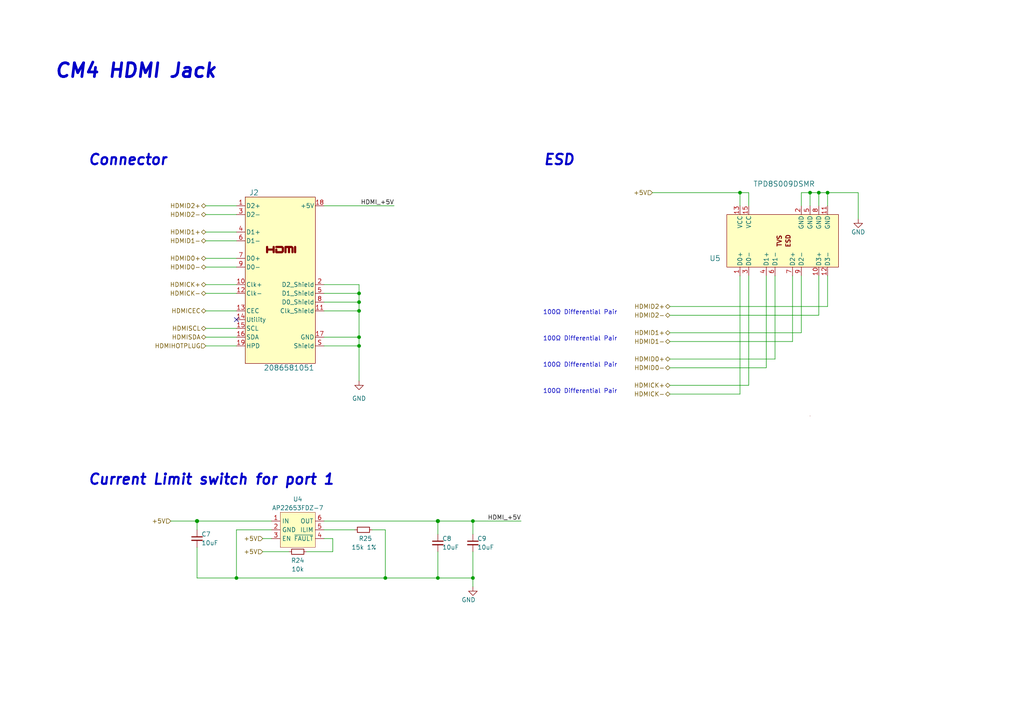
<source format=kicad_sch>
(kicad_sch (version 20211123) (generator eeschema)
  (paper "A4")
  (title_block (title "CM4 HDMI Jack") (date "2021-11-20") (rev "4") (company "Copyright © 2022 Christian Kuhtz") (comment 2 "CERN-OHL-W v2 or later"))
  (lib_symbols
    (symbol "Connector_HDMI_Molex:2086581051" (pin_names (offset 0.254))
      (property "Reference" "J" (at -8.89 24.13 0))
      (property "Value" "2086581051" (at 2.54 -26.67 0))
      (symbol "2086581051_0_0"
        (polyline (pts (xy 4.318 6.858) (xy 4.318 8.382)) (stroke (width 0.635)))
        (polyline (pts (xy -3.81 6.858) (xy -3.81 8.382) (xy -3.81 7.62) (xy -1.905 7.62) (xy -1.905 8.382) (xy -1.905 6.858)) (stroke (width 0.635)))
        (polyline (pts (xy -1.143 8.382) (xy 0.508 8.382) (xy 0.762 8.128) (xy 0.762 7.112) (xy 0.508 6.858) (xy -1.143 6.858) (xy -1.143 7.62)) (stroke (width 0.635)))
        (pin passive line (at -12.7 -2.54 0) (length 2.54) (name "Clk+") (number "10"))
        (pin passive line (at 12.7 -10.16 180) (length 2.54) (name "Clk_Shield") (number "11"))
        (pin passive line (at -12.7 -5.08 0) (length 2.54) (name "Clk-") (number "12"))
        (pin passive line (at -12.7 -10.16 0) (length 2.54) (name "CEC") (number "13"))
        (pin passive line (at -12.7 -12.7 0) (length 2.54) (name "Utility") (number "14"))
        (pin passive line (at -12.7 -15.24 0) (length 2.54) (name "SCL") (number "15"))
        (pin passive line (at -12.7 -17.78 0) (length 2.54) (name "SDA") (number "16"))
        (pin power_in line (at 12.7 -17.78 180) (length 2.54) (name "GND") (number "17"))
        (pin power_in line (at 12.7 20.32 180) (length 2.54) (name "+5V") (number "18"))
        (pin passive line (at -12.7 -20.32 0) (length 2.54) (name "HPD") (number "19"))
        (pin passive line (at 12.7 -2.54 180) (length 2.54) (name "D2_Shield") (number "2"))
        (pin passive line (at -12.7 17.78 0) (length 2.54) (name "D2-") (number "3"))
        (pin passive line (at -12.7 12.7 0) (length 2.54) (name "D1+") (number "4"))
        (pin passive line (at 12.7 -5.08 180) (length 2.54) (name "D1_Shield") (number "5"))
        (pin passive line (at -12.7 10.16 0) (length 2.54) (name "D1-") (number "6"))
        (pin passive line (at -12.7 5.08 0) (length 2.54) (name "D0+") (number "7"))
        (pin passive line (at 12.7 -7.62 180) (length 2.54) (name "D0_Shield") (number "8"))
        (pin passive line (at -12.7 2.54 0) (length 2.54) (name "D0-") (number "9"))
        (pin passive line (at 12.7 -20.32 180) (length 2.54) (name "Shield") (number "S"))
      )
      (symbol "2086581051_0_1"
        (rectangle (start -10.16 22.86) (end 10.16 -25.4) (stroke (width 0.1524)) (fill (type background)))
        (polyline (pts (xy 1.524 6.858) (xy 1.524 8.382) (xy 2.54 8.382) (xy 2.54 6.858) (xy 2.54 8.382) (xy 3.302 8.382) (xy 3.556 8.128) (xy 3.556 6.858)) (stroke (width 0.635)))
      )
      (symbol "2086581051_1_1"
        (pin passive line (at -12.7 20.32 0) (length 2.54) (name "D2+") (number "1"))
      )
    )
    (symbol "Device:C_Small" (pin_numbers hide) (pin_names (offset 0.254) hide)
      (property "Reference" "C" (at 0.254 1.778 0))
      (property "Value" "C_Small" (at 0.254 -2.032 0))
      (symbol "C_Small_0_1"
        (polyline (pts (xy -1.524 -0.508) (xy 1.524 -0.508)) (stroke (width 0.3302)))
        (polyline (pts (xy -1.524 0.508) (xy 1.524 0.508)) (stroke (width 0.3048)))
      )
      (symbol "C_Small_1_1"
        (pin passive line (at 0 2.54 270) (length 2.032) (name "~") (number "1"))
        (pin passive line (at 0 -2.54 90) (length 2.032) (name "~") (number "2"))
      )
    )
    (symbol "Device:R_Small" (pin_numbers hide) (pin_names (offset 0.254) hide)
      (property "Reference" "R" (at 0.762 0.508 0))
      (property "Value" "R_Small" (at 0.762 -1.016 0))
      (symbol "R_Small_0_1"
        (rectangle (start -0.762 1.778) (end 0.762 -1.778) (stroke (width 0.2032)))
      )
      (symbol "R_Small_1_1"
        (pin passive line (at 0 2.54 270) (length 0.762) (name "~") (number "1"))
        (pin passive line (at 0 -2.54 90) (length 0.762) (name "~") (number "2"))
      )
    )
    (symbol "Power_Protection_Diodes:AP22653FDZ-7"
      (property "Reference" "U" (at 0 8.89 0))
      (property "Value" "AP22653FDZ-7" (at 0 6.35 0))
      (symbol "AP22653FDZ-7_0_0"
        (pin power_in line (at -7.62 2.54 0) (length 2.54) (name "IN") (number "1"))
        (pin power_in line (at -7.62 0 0) (length 2.54) (name "GND") (number "2"))
        (pin input line (at -7.62 -2.54 0) (length 2.54) (name "EN") (number "3"))
        (pin output line (at 7.62 -2.54 180) (length 2.54) (name "~{FAULT}") (number "4"))
        (pin passive line (at 7.62 0 180) (length 2.54) (name "ILIM") (number "5"))
        (pin power_out line (at 7.62 2.54 180) (length 2.54) (name "OUT") (number "6"))
      )
      (symbol "AP22653FDZ-7_0_1"
        (rectangle (start -5.08 5.08) (end 5.08 -5.08) (stroke (width 0.1)) (fill (type background)))
      )
    )
    (symbol "Power_Protection_TI:TPD8S009DSMR" (pin_names (offset 0.254))
      (property "Reference" "U" (at -7.62 17.78 0))
      (property "Value" "TPD8S009DSMR" (at 7.62 -17.145 0))
      (symbol "TPD8S009DSMR_0_0"
        (text "ESD" (at 0 -1.27 0) (effects (font (size 1.27 1.27) bold)))
        (text "TVS" (at 0 1.27 0) (effects (font (size 1.27 1.27) bold)))
      )
      (symbol "TPD8S009DSMR_0_1"
        (rectangle (start -7.62 16.51) (end 7.62 -15.875) (stroke (width 0.1524)) (fill (type background)))
        (rectangle (start 50.8 -7.62) (end 50.8 -7.62) (stroke (width 0.1524)))
      )
      (symbol "TPD8S009DSMR_1_1"
        (pin passive line (at 10.16 12.7 180) (length 2.54) (name "D0+") (number "1"))
        (pin passive line (at 10.16 -10.16 180) (length 2.54) (name "D3+") (number "10"))
        (pin power_in line (at -10.16 -12.7 0) (length 2.54) (name "GND") (number "11"))
        (pin passive line (at 10.16 -12.7 180) (length 2.54) (name "D3-") (number "12"))
        (pin power_in line (at -10.16 12.7 0) (length 2.54) (name "VCC") (number "13"))
        (pin no_connect line (at -15.24 2.54 0) (length 7.62) hide (name "NC") (number "14"))
        (pin power_in line (at -10.16 10.16 0) (length 2.54) (name "VCC") (number "15"))
        (pin power_in line (at -10.16 -5.08 0) (length 2.54) (name "GND") (number "2"))
        (pin passive line (at 10.16 10.16 180) (length 2.54) (name "D0-") (number "3"))
        (pin passive line (at 10.16 5.08 180) (length 2.54) (name "D1+") (number "4"))
        (pin power_in line (at -10.16 -7.62 0) (length 2.54) (name "GND") (number "5"))
        (pin passive line (at 10.16 2.54 180) (length 2.54) (name "D1-") (number "6"))
        (pin passive line (at 10.16 -2.54 180) (length 2.54) (name "D2+") (number "7"))
        (pin power_in line (at -10.16 -10.16 0) (length 2.54) (name "GND") (number "8"))
        (pin passive line (at 10.16 -5.08 180) (length 2.54) (name "D2-") (number "9"))
      )
    )
    (symbol "power:GND" (power) (pin_names (offset 0))
      (property "Value" "GND" (at 0 -3.81 0))
      (symbol "GND_0_1"
        (polyline (pts (xy 0 0) (xy 0 -1.27) (xy 1.27 -1.27) (xy 0 -2.54) (xy -1.27 -1.27) (xy 0 -1.27)))
      )
      (symbol "GND_1_1"
        (pin power_in line (at 0 0 270) (length 0) hide (name "GND") (number "1"))
      )
    )
  )
  (junction (at 137.16 151.13) (diameter 0.9144))
  (junction (at 234.95 55.88) (diameter 0.9144))
  (junction (at 104.14 85.09))
  (junction (at 240.03 55.88) (diameter 0.9144))
  (junction (at 104.14 100.33))
  (junction (at 237.49 55.88) (diameter 0.9144))
  (junction (at 104.14 90.17))
  (junction (at 214.63 55.88) (diameter 0.9144))
  (junction (at 137.16 167.64) (diameter 0.9144))
  (junction (at 57.15 151.13) (diameter 1.016))
  (junction (at 127 151.13) (diameter 1.016))
  (junction (at 104.14 97.79))
  (junction (at 68.58 167.64) (diameter 0.9144))
  (junction (at 111.76 167.64) (diameter 0.9144))
  (junction (at 127 167.64) (diameter 0.9144))
  (junction (at 104.14 87.63))
  (no_connect (at 68.58 92.71))
  (wire (pts (xy 114.3 59.69) (xy 93.98 59.69)))
  (wire (pts (xy 214.63 55.88) (xy 214.63 59.69)))
  (wire (pts (xy 214.63 55.88) (xy 217.17 55.88)))
  (wire (pts (xy 137.16 160.02) (xy 137.16 167.64)))
  (wire (pts (xy 59.69 97.79) (xy 68.58 97.79)))
  (wire (pts (xy 194.31 99.06) (xy 229.87 99.06)))
  (wire (pts (xy 93.98 97.79) (xy 104.14 97.79)))
  (wire (pts (xy 137.16 151.13) (xy 151.13 151.13)))
  (wire (pts (xy 240.03 59.69) (xy 240.03 55.88)))
  (wire (pts (xy 107.95 153.67) (xy 111.76 153.67)))
  (wire (pts (xy 189.23 55.88) (xy 214.63 55.88)))
  (wire (pts (xy 248.92 55.88) (xy 248.92 63.5)))
  (wire (pts (xy 68.58 167.64) (xy 111.76 167.64)))
  (wire (pts (xy 59.69 67.31) (xy 68.58 67.31)))
  (wire (pts (xy 96.52 160.02) (xy 96.52 156.21)))
  (wire (pts (xy 93.98 82.55) (xy 104.14 82.55)))
  (wire (pts (xy 93.98 100.33) (xy 104.14 100.33)))
  (wire (pts (xy 59.69 69.85) (xy 68.58 69.85)))
  (wire (pts (xy 104.14 82.55) (xy 104.14 85.09)))
  (wire (pts (xy 104.14 85.09) (xy 104.14 87.63)))
  (wire (pts (xy 104.14 87.63) (xy 104.14 90.17)))
  (wire (pts (xy 104.14 90.17) (xy 104.14 97.79)))
  (wire (pts (xy 104.14 100.33) (xy 104.14 110.49)))
  (wire (pts (xy 104.14 97.79) (xy 104.14 100.33)))
  (wire (pts (xy 88.9 160.02) (xy 96.52 160.02)))
  (wire (pts (xy 59.69 85.09) (xy 68.58 85.09)))
  (wire (pts (xy 194.31 96.52) (xy 232.41 96.52)))
  (wire (pts (xy 93.98 153.67) (xy 102.87 153.67)))
  (wire (pts (xy 59.69 90.17) (xy 68.58 90.17)))
  (wire (pts (xy 59.69 100.33) (xy 68.58 100.33)))
  (wire (pts (xy 76.2 156.21) (xy 78.74 156.21)))
  (wire (pts (xy 93.98 85.09) (xy 104.14 85.09)))
  (wire (pts (xy 217.17 80.01) (xy 217.17 111.76)))
  (wire (pts (xy 127 151.13) (xy 137.16 151.13)))
  (wire (pts (xy 194.31 114.3) (xy 214.63 114.3)))
  (wire (pts (xy 127 151.13) (xy 127 154.94)))
  (wire (pts (xy 93.98 151.13) (xy 127 151.13)))
  (wire (pts (xy 232.41 80.01) (xy 232.41 96.52)))
  (wire (pts (xy 59.69 95.25) (xy 68.58 95.25)))
  (wire (pts (xy 59.69 74.93) (xy 68.58 74.93)))
  (wire (pts (xy 78.74 153.67) (xy 68.58 153.67)))
  (wire (pts (xy 59.69 62.23) (xy 68.58 62.23)))
  (wire (pts (xy 194.31 106.68) (xy 222.25 106.68)))
  (wire (pts (xy 59.69 82.55) (xy 68.58 82.55)))
  (wire (pts (xy 59.69 77.47) (xy 68.58 77.47)))
  (wire (pts (xy 229.87 80.01) (xy 229.87 99.06)))
  (wire (pts (xy 127 160.02) (xy 127 167.64)))
  (wire (pts (xy 237.49 80.01) (xy 237.49 91.44)))
  (wire (pts (xy 127 167.64) (xy 137.16 167.64)))
  (wire (pts (xy 194.31 104.14) (xy 224.79 104.14)))
  (wire (pts (xy 57.15 158.75) (xy 57.15 167.64)))
  (wire (pts (xy 232.41 55.88) (xy 232.41 59.69)))
  (wire (pts (xy 194.31 111.76) (xy 217.17 111.76)))
  (wire (pts (xy 49.53 151.13) (xy 57.15 151.13)))
  (wire (pts (xy 57.15 167.64) (xy 68.58 167.64)))
  (wire (pts (xy 214.63 114.3) (xy 214.63 80.01)))
  (wire (pts (xy 237.49 59.69) (xy 237.49 55.88)))
  (wire (pts (xy 111.76 167.64) (xy 127 167.64)))
  (wire (pts (xy 59.69 59.69) (xy 68.58 59.69)))
  (wire (pts (xy 111.76 153.67) (xy 111.76 167.64)))
  (wire (pts (xy 68.58 153.67) (xy 68.58 167.64)))
  (wire (pts (xy 194.31 88.9) (xy 240.03 88.9)))
  (wire (pts (xy 224.79 80.01) (xy 224.79 104.14)))
  (wire (pts (xy 222.25 80.01) (xy 222.25 106.68)))
  (wire (pts (xy 76.2 160.02) (xy 83.82 160.02)))
  (wire (pts (xy 240.03 88.9) (xy 240.03 80.01)))
  (wire (pts (xy 96.52 156.21) (xy 93.98 156.21)))
  (wire (pts (xy 234.95 59.69) (xy 234.95 55.88)))
  (wire (pts (xy 194.31 91.44) (xy 237.49 91.44)))
  (wire (pts (xy 93.98 90.17) (xy 104.14 90.17)))
  (wire (pts (xy 137.16 170.18) (xy 137.16 167.64)))
  (wire (pts (xy 93.98 87.63) (xy 104.14 87.63)))
  (wire (pts (xy 232.41 55.88) (xy 234.95 55.88)))
  (wire (pts (xy 234.95 55.88) (xy 237.49 55.88)))
  (wire (pts (xy 237.49 55.88) (xy 240.03 55.88)))
  (wire (pts (xy 240.03 55.88) (xy 248.92 55.88)))
  (wire (pts (xy 57.15 151.13) (xy 57.15 153.67)))
  (wire (pts (xy 57.15 151.13) (xy 78.74 151.13)))
  (wire (pts (xy 217.17 55.88) (xy 217.17 59.69)))
  (wire (pts (xy 137.16 151.13) (xy 137.16 154.94)))
  (text "ESD" (at 157.48 48.26 0) (effects (font (size 3 3) (thickness 0.6) bold italic) (justify left bottom)))
  (text "CM4 HDMI Jack" (at 15.621 22.987 0) (effects (font (size 4 4) (thickness 0.8) bold italic) (justify left bottom)))
  (text "Connector" (at 25.4 48.26 0) (effects (font (size 3 3) (thickness 0.6) bold italic) (justify left bottom)))
  (text "100Ω Differential Pair" (at 179.07 91.44 180) (effects (font (size 1.27 1.27)) (justify right bottom)))
  (text "Current Limit switch for port 1" (at 25.4 140.97 0) (effects (font (size 3 3) (thickness 0.6) bold italic) (justify left bottom)))
  (text "100Ω Differential Pair" (at 179.07 106.68 180) (effects (font (size 1.27 1.27)) (justify right bottom)))
  (text "100Ω Differential Pair" (at 179.07 99.06 180) (effects (font (size 1.27 1.27)) (justify right bottom)))
  (text "100Ω Differential Pair" (at 179.07 114.3 180) (effects (font (size 1.27 1.27)) (justify right bottom)))
  (label "HDMI_+5V" (at 114.3 59.69 180))
  (label "HDMI_+5V" (at 151.13 151.13 180))
  (hierarchical_label "HDMIHOTPLUG" (shape input) (at 59.69 100.33 180))
  (hierarchical_label "HDMID0-" (shape bidirectional) (at 59.69 77.47 180))
  (hierarchical_label "HDMID1+" (shape bidirectional) (at 194.31 96.52 180))
  (hierarchical_label "HDMID0+" (shape bidirectional) (at 59.69 74.93 180))
  (hierarchical_label "+5V" (shape input) (at 76.2 160.02 180))
  (hierarchical_label "HDMID2+" (shape bidirectional) (at 194.31 88.9 180))
  (hierarchical_label "HDMISCL" (shape bidirectional) (at 59.69 95.25 180))
  (hierarchical_label "HDMID1-" (shape bidirectional) (at 194.31 99.06 180))
  (hierarchical_label "HDMICK-" (shape bidirectional) (at 194.31 114.3 180))
  (hierarchical_label "HDMICEC" (shape bidirectional) (at 59.69 90.17 180))
  (hierarchical_label "HDMID2-" (shape bidirectional) (at 194.31 91.44 180))
  (hierarchical_label "HDMICK+" (shape bidirectional) (at 59.69 82.55 180))
  (hierarchical_label "+5V" (shape input) (at 189.23 55.88 180))
  (hierarchical_label "HDMID1+" (shape bidirectional) (at 59.69 67.31 180))
  (hierarchical_label "HDMID0+" (shape bidirectional) (at 194.31 104.14 180))
  (hierarchical_label "HDMID2+" (shape bidirectional) (at 59.69 59.69 180))
  (hierarchical_label "HDMID2-" (shape bidirectional) (at 59.69 62.23 180))
  (hierarchical_label "+5V" (shape input) (at 49.53 151.13 180))
  (hierarchical_label "HDMISDA" (shape bidirectional) (at 59.69 97.79 180))
  (hierarchical_label "HDMID0-" (shape bidirectional) (at 194.31 106.68 180))
  (hierarchical_label "+5V" (shape input) (at 76.2 156.21 180))
  (hierarchical_label "HDMICK-" (shape bidirectional) (at 59.69 85.09 180))
  (hierarchical_label "HDMID1-" (shape bidirectional) (at 59.69 69.85 180))
  (hierarchical_label "HDMICK+" (shape bidirectional) (at 194.31 111.76 180))
  (symbol (lib_id "Power_Protection_Diodes:AP22653FDZ-7") (at 86.36 153.67 0) (unit 1)
    (property "Reference" "U4" (at 86.36 144.78 0))
    (property "Value" "AP22653FDZ-7" (at 86.36 147.32 0))
    (property "Footprint" "Power_Protection_Diodes:Diodes_W-DFN2020-6_A1" (effects hide))
    (property "Datasheet" "https://www.diodes.com/assets/Datasheets/AP255x.pdf" (effects hide))
    (property "Manufacturer" "Diodes" (effects hide))
    (property "MPN" "AP22653FDZ-7" (effects hide))
  )
  (symbol (lib_id "Device:R_Small") (at 105.41 153.67 90) (unit 1)
    (property "Reference" "R25" (at 107.95 156.21 90) (effects (justify left)))
    (property "Value" "15k 1%" (at 109.22 158.75 90) (effects (justify left)))
    (property "Footprint" "Resistor_SMD:R_0402_1005Metric" (effects hide))
    (property "Field4" "Farnell" (effects hide))
    (property "Field5" "9239375" (effects hide))
    (property "Field6" "MCR01MZPF1502" (effects hide))
    (property "Field7" "Rohm" (effects hide))
    (property "Part Description" "Resistor 15K M1005 1% 63mW" (effects hide))
    (property "Field8" "120891581" (effects hide))
  )
  (symbol (lib_id "Power_Protection_TI:TPD8S009DSMR") (at 227.33 69.85 90) (mirror x) (unit 1)
    (property "Reference" "U5" (at 205.74 74.93 90) (effects (font (size 1.524 1.524)) (justify right)))
    (property "Value" "TPD8S009DSMR" (at 218.44 53.34 90) (effects (font (size 1.524 1.524)) (justify right)))
    (property "Footprint" "Power_Protection_TI:DSM15_X_reduced_paste_pin1" (effects hide))
    (property "Datasheet" "https://www.ti.com/lit/ds/symlink/tpd8s009.pdf" (effects hide))
    (property "Manufacturer" "TI" (effects hide))
    (property "MPN" "TPD8S009DSMR" (effects hide))
  )
  (symbol (lib_id "Connector_HDMI_Molex:2086581051") (at 81.28 80.01 0) (unit 1)
    (property "Reference" "J2" (at 73.66 55.88 0) (effects (font (size 1.524 1.524))))
    (property "Value" "2086581051" (at 83.82 106.68 0) (effects (font (size 1.524 1.524))))
    (property "Footprint" "Connector_HDMI_Molex:2086581051" (effects hide))
    (property "Manufacturer" "Molex" (effects hide))
    (property "MPN" "47659-1100" (effects hide))
  )
  (symbol (lib_id "Device:R_Small") (at 86.36 160.02 270) (unit 1)
    (property "Reference" "R24" (at 86.36 162.56 90))
    (property "Value" "10k" (at 86.36 165.1 90))
    (property "Footprint" "Resistor_SMD:R_0402_1005Metric" (effects hide))
  )
  (symbol (lib_id "power:GND") (at 104.14 110.49 0) (unit 1)
    (property "Reference" "#PWR016" (effects hide))
    (property "Value" "GND" (at 104.14 115.57 0))
  )
  (symbol (lib_id "power:GND") (at 248.92 63.5 0) (unit 1)
    (property "Reference" "#PWR018" (effects hide))
    (property "Value" "GND" (at 248.92 67.31 0))
  )
  (symbol (lib_id "Device:C_Small") (at 137.16 157.48 0) (unit 1)
    (property "Reference" "C9" (at 138.43 156.21 0) (effects (justify left)))
    (property "Value" "10uF" (at 138.43 158.75 0) (effects (justify left)))
    (property "Footprint" "Capacitor_SMD:C_0805_2012Metric" (effects hide))
    (property "Field5" "490-14381-1-ND" (effects hide))
    (property "Field4" "Digikey" (effects hide))
    (property "Field6" "GRM21BR71A106KA73L" (effects hide))
    (property "Field7" "Murata" (effects hide))
    (property "Part Description" "	10uF 10% 10V Ceramic Capacitor X7R 0805 (2012 Metric)" (effects hide))
    (property "Field8" "111893011" (effects hide))
  )
  (symbol (lib_id "power:GND") (at 137.16 170.18 0) (unit 1)
    (property "Reference" "#PWR017" (effects hide))
    (property "Value" "GND" (at 135.89 173.99 0))
  )
  (symbol (lib_id "Device:C_Small") (at 127 157.48 0) (unit 1)
    (property "Reference" "C8" (at 128.27 156.21 0) (effects (justify left)))
    (property "Value" "10uF" (at 128.27 158.75 0) (effects (justify left)))
    (property "Footprint" "Capacitor_SMD:C_0805_2012Metric" (effects hide))
    (property "Field5" "490-14381-1-ND" (effects hide))
    (property "Field4" "Digikey" (effects hide))
    (property "Field6" "GRM21BR71A106KA73L" (effects hide))
    (property "Field7" "Murata" (effects hide))
    (property "Part Description" "	10uF 10% 10V Ceramic Capacitor X7R 0805 (2012 Metric)" (effects hide))
    (property "Field8" "111893011" (effects hide))
  )
  (symbol (lib_id "Device:C_Small") (at 57.15 156.21 0) (unit 1)
    (property "Reference" "C7" (at 58.42 154.94 0) (effects (justify left)))
    (property "Value" "10uF" (at 58.42 157.48 0) (effects (justify left)))
    (property "Footprint" "Capacitor_SMD:C_0805_2012Metric" (effects hide))
    (property "Field5" "490-14381-1-ND" (effects hide))
    (property "Field4" "Digikey" (effects hide))
    (property "Field6" "GRM21BR71A106KA73L" (effects hide))
    (property "Field7" "Murata" (effects hide))
    (property "Part Description" "	10uF 10% 10V Ceramic Capacitor X7R 0805 (2012 Metric)" (effects hide))
    (property "Field8" "111893011" (effects hide))
  )
)
</source>
